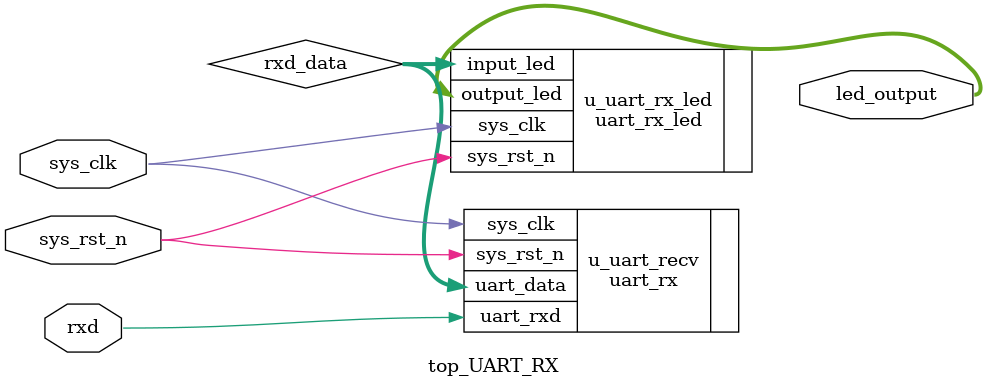
<source format=v>
`timescale 1ns / 1ns
module top_UART_RX
(
    input sys_clk,
    input sys_rst_n,
    input rxd,
	//write wire
    output wire [7:0] led_output
);

wire [7:0] rxd_data;
/****************************************
  *  			Main Code
  *  			主要代码
 ****************************************/

 //串口接收模块
uart_rx u_uart_recv
(
    .sys_clk        (sys_clk),
    .sys_rst_n      (sys_rst_n),

    .uart_rxd       (rxd),
    .uart_data      (rxd_data)
);

//LED灯
uart_rx_led u_uart_rx_led
(
    .input_led (rxd_data),
    .output_led (led_output),
    .sys_clk (sys_clk),
    .sys_rst_n (sys_rst_n)
);


endmodule

</source>
